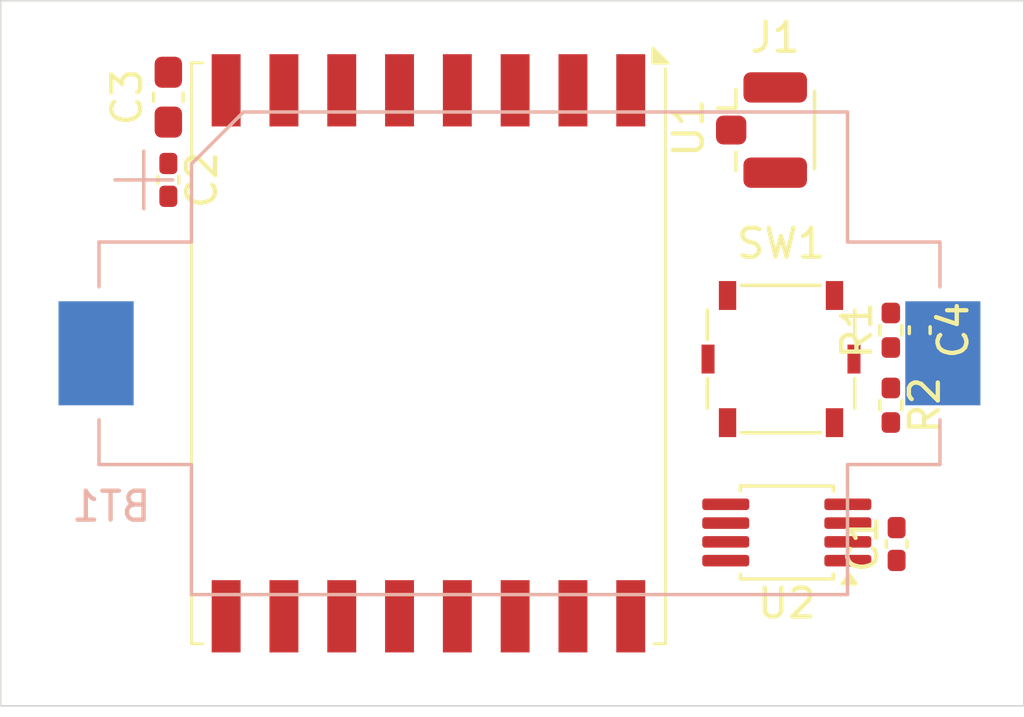
<source format=kicad_pcb>
(kicad_pcb (version 20241229) (generator "pcbnew") (generator_version "9.0")
  (layers (0 "F.Cu" signal) (2 "B.Cu" signal) (13 "F.Paste" user) (15 "B.Paste" user) (5 "F.SilkS" user "F.Silkscreen") (7 "B.SilkS" user "B.Silkscreen") (1 "F.Mask" user) (3 "B.Mask" user) (25 "Edge.Cuts" user))
  (net 0 "")
  (net 1 "GND")
  (net 2 "VDD")
  (net 3 "/BTN")
  (net 4 "Net-(J1-In)")
  (net 5 "Net-(SW1-B)")
  (net 7 "/SDI")
  (net 10 "/~{SS}")
  (net 13 "/RFINT")
  (net 16 "/SDO")
  (net 17 "/SCK")
  (footprint "Connector_Coaxial:U.FL_Hirose_U.FL-R-SMT-1_Vertical" (layer "F.Cu") (at 155.925 79.675)
    (property "Reference" "J1" (at 0.475 -3.2 0) (layer "F.SilkS"))
    (property "Value" "Conn_Coaxial")
    (fp_line (start -0.885 -1.4) (end -0.885 -0.76) (stroke (width 0.12)) (layer "F.SilkS"))
    (fp_line (start -0.885 -0.76) (end -1.515 -0.76) (stroke (width 0.12)) (layer "F.SilkS"))
    (fp_line (start -0.885 1.4) (end -0.885 0.76) (stroke (width 0.12)) (layer "F.SilkS"))
    (fp_line (start 1.835 -1.35) (end 1.835 1.35) (stroke (width 0.12)) (layer "F.SilkS"))
    (pad "1" smd roundrect (at -1.05 0) (size 1.05 1) (layers "F.Cu" "F.Mask" "F.Paste") (net 4 "Net-(J1-In)"))
    (pad "2" smd roundrect (at 0.475 -1.475) (size 2.2 1.05) (layers "F.Cu" "F.Mask" "F.Paste") (roundrect_rratio 0.2380952381) (net 1 "GND"))
    (pad "2" smd roundrect (at 0.475 1.475) (size 2.2 1.05) (layers "F.Cu" "F.Mask" "F.Paste") (roundrect_rratio 0.2380952381) (net 1 "GND"))
  )
  (footprint "Capacitor_SMD:C_0603_1608Metric_Pad1.08x0.95mm_HandSolder" (layer "F.Cu") (at 135.4 78.5375 90)
    (property "Reference" "C3" (at 0 -1.43 90) (layer "F.SilkS"))
    (property "Value" "1uF")
    (fp_line (start -0.146267 -0.51) (end 0.146267 -0.51) (stroke (width 0.12)) (layer "F.SilkS"))
    (fp_line (start -0.146267 0.51) (end 0.146267 0.51) (stroke (width 0.12)) (layer "F.SilkS"))
    (pad "1" smd roundrect (at -0.8625 0 90) (size 1.075 0.95) (layers "F.Cu" "F.Mask" "F.Paste") (net 2 "VDD"))
    (pad "2" smd roundrect (at 0.8625 0 90) (size 1.075 0.95) (layers "F.Cu" "F.Mask" "F.Paste") (net 1 "GND"))
  )
  (footprint "Capacitor_SMD:C_0402_1005Metric_Pad0.74x0.62mm_HandSolder" (layer "F.Cu") (at 160.6 94 90)
    (property "Reference" "C1" (at 0 -1.16 90) (layer "F.SilkS"))
    (property "Value" "0.1uF")
    (fp_line (start -0.115835 -0.36) (end 0.115835 -0.36) (stroke (width 0.12)) (layer "F.SilkS"))
    (fp_line (start -0.115835 0.36) (end 0.115835 0.36) (stroke (width 0.12)) (layer "F.SilkS"))
    (pad "1" smd roundrect (at -0.5675 0 90) (size 0.735 0.62) (layers "F.Cu" "F.Mask" "F.Paste") (net 2 "VDD"))
    (pad "2" smd roundrect (at 0.5675 0 90) (size 0.735 0.62) (layers "F.Cu" "F.Mask" "F.Paste") (net 1 "GND"))
  )
  (footprint "RF_Module:HOPERF_RFM69HW" (layer "F.Cu") (at 144.4 87.4 -90)
    (property "Reference" "U1" (at -7.8 -9 90) (layer "F.SilkS"))
    (property "Value" "RFM69W")
    (fp_line (start -10.05 8.2) (end 10.05 8.2) (stroke (width 0.1)) (layer "F.SilkS"))
    (fp_line (start -10.05 7.8) (end -10.05 8.2) (stroke (width 0.1)) (layer "F.SilkS"))
    (fp_line (start 10.05 7.8) (end 10.05 8.2) (stroke (width 0.1)) (layer "F.SilkS"))
    (fp_line (start -9.85 -8.2) (end 10.05 -8.2) (stroke (width 0.1)) (layer "F.SilkS"))
    (fp_line (start 10.05 -8.2) (end 10.05 -7.8) (stroke (width 0.1)) (layer "F.SilkS"))
    (fp_poly (pts (xy -10.05 -7.775) (xy -10.55 -7.775) (xy -10.05 -8.275) (xy -10.05 -7.775)) (stroke (width 0.12)) (fill yes) (layer "F.SilkS"))
    (pad "1" smd rect (at -9.1 -7 270) (size 2.5 1) (layers "F.Cu" "F.Mask" "F.Paste"))
    (pad "2" smd rect (at -9.1 -5 270) (size 2.5 1) (layers "F.Cu" "F.Mask" "F.Paste") (net 13 "/RFINT"))
    (pad "3" smd rect (at -9.1 -3 270) (size 2.5 1) (layers "F.Cu" "F.Mask" "F.Paste"))
    (pad "4" smd rect (at -9.1 -1 270) (size 2.5 1) (layers "F.Cu" "F.Mask" "F.Paste"))
    (pad "5" smd rect (at -9.1 1 270) (size 2.5 1) (layers "F.Cu" "F.Mask" "F.Paste"))
    (pad "6" smd rect (at -9.1 3 270) (size 2.5 1) (layers "F.Cu" "F.Mask" "F.Paste"))
    (pad "7" smd rect (at -9.1 5 270) (size 2.5 1) (layers "F.Cu" "F.Mask" "F.Paste"))
    (pad "8" smd rect (at -9.1 7 270) (size 2.5 1) (layers "F.Cu" "F.Mask" "F.Paste") (net 2 "VDD"))
    (pad "9" smd rect (at 9.1 7 270) (size 2.5 1) (layers "F.Cu" "F.Mask" "F.Paste") (net 1 "GND"))
    (pad "10" smd rect (at 9.1 5 270) (size 2.5 1) (layers "F.Cu" "F.Mask" "F.Paste") (net 4 "Net-(J1-In)"))
    (pad "11" smd rect (at 9.1 3 270) (size 2.5 1) (layers "F.Cu" "F.Mask" "F.Paste") (net 1 "GND"))
    (pad "12" smd rect (at 9.1 1 270) (size 2.5 1) (layers "F.Cu" "F.Mask" "F.Paste") (net 17 "/SCK"))
    (pad "13" smd rect (at 9.1 -1 270) (size 2.5 1) (layers "F.Cu" "F.Mask" "F.Paste") (net 7 "/SDI"))
    (pad "14" smd rect (at 9.1 -3 270) (size 2.5 1) (layers "F.Cu" "F.Mask" "F.Paste") (net 16 "/SDO"))
    (pad "15" smd rect (at 9.1 -5 270) (size 2.5 1) (layers "F.Cu" "F.Mask" "F.Paste") (net 10 "/~{SS}"))
    (pad "16" smd rect (at 9.1 -7 270) (size 2.5 1) (layers "F.Cu" "F.Mask" "F.Paste"))
  )
  (footprint "Button_Switch_SMD:SW_SPST_Panasonic_EVQPL_3PL_5PL_PT_A15" (layer "F.Cu") (at 156.6 87.6)
    (property "Reference" "SW1" (at 0 -4 0) (layer "F.SilkS"))
    (property "Value" "SW_SPST")
    (fp_line (start -2.55 -1.7) (end -2.55 -0.675) (stroke (width 0.12)) (layer "F.SilkS"))
    (fp_line (start -2.55 0.675) (end -2.55 1.7) (stroke (width 0.12)) (layer "F.SilkS"))
    (fp_line (start -1.375 -2.55) (end 1.375 -2.55) (stroke (width 0.12)) (layer "F.SilkS"))
    (fp_line (start -1.375 2.55) (end 1.375 2.55) (stroke (width 0.12)) (layer "F.SilkS"))
    (fp_line (start 2.55 -1.7) (end 2.55 -0.675) (stroke (width 0.12)) (layer "F.SilkS"))
    (fp_line (start 2.55 0.675) (end 2.55 1.7) (stroke (width 0.12)) (layer "F.SilkS"))
    (pad "0" smd rect (at -2.525 0) (size 0.45 1) (layers "F.Cu" "F.Mask" "F.Paste"))
    (pad "0" smd rect (at 2.525 0) (size 0.45 1) (layers "F.Cu" "F.Mask" "F.Paste"))
    (pad "1" smd rect (at -1.85 -2.2) (size 0.6 1) (layers "F.Cu" "F.Mask" "F.Paste") (net 1 "GND"))
    (pad "1" smd rect (at -1.85 2.2) (size 0.6 1) (layers "F.Cu" "F.Mask" "F.Paste") (net 1 "GND"))
    (pad "2" smd rect (at 1.85 -2.2) (size 0.6 1) (layers "F.Cu" "F.Mask" "F.Paste") (net 5 "Net-(SW1-B)"))
    (pad "2" smd rect (at 1.85 2.2) (size 0.6 1) (layers "F.Cu" "F.Mask" "F.Paste") (net 5 "Net-(SW1-B)"))
  )
  (footprint "Resistor_SMD:R_0402_1005Metric_Pad0.72x0.64mm_HandSolder" (layer "F.Cu") (at 160.4 89.1975 -90)
    (property "Reference" "R2" (at 0 -1.17 90) (layer "F.SilkS"))
    (property "Value" "R")
    (fp_line (start -0.167621 0.38) (end 0.167621 0.38) (stroke (width 0.12)) (layer "F.SilkS"))
    (fp_line (start -0.167621 -0.38) (end 0.167621 -0.38) (stroke (width 0.12)) (layer "F.SilkS"))
    (pad "1" smd roundrect (at -0.5975 0 270) (size 0.715 0.64) (layers "F.Cu" "F.Mask" "F.Paste") (net 5 "Net-(SW1-B)"))
    (pad "2" smd roundrect (at 0.5975 0 270) (size 0.715 0.64) (layers "F.Cu" "F.Mask" "F.Paste") (net 2 "VDD"))
  )
  (footprint "Package_SO:MSOP-8_3x3mm_P0.65mm" (layer "F.Cu") (at 156.8 93.6 180)
    (property "Reference" "U2" (at 0 -2.45 0) (layer "F.SilkS"))
    (property "Value" "PIC12LF1501-xMS")
    (fp_line (start 1.61 1.61) (end -1.61 1.61) (stroke (width 0.12)) (layer "F.SilkS"))
    (fp_line (start 1.61 1.435) (end 1.61 1.61) (stroke (width 0.12)) (layer "F.SilkS"))
    (fp_line (start 1.61 -1.61) (end 1.61 -1.435) (stroke (width 0.12)) (layer "F.SilkS"))
    (fp_line (start -1.61 1.61) (end -1.61 1.435) (stroke (width 0.12)) (layer "F.SilkS"))
    (fp_line (start -1.61 -1.435) (end -1.61 -1.61) (stroke (width 0.12)) (layer "F.SilkS"))
    (fp_line (start -1.61 -1.61) (end 1.61 -1.61) (stroke (width 0.12)) (layer "F.SilkS"))
    (fp_poly (pts (xy -2.16 -1.44) (xy -2.4 -1.77) (xy -1.92 -1.77)) (stroke (width 0.12)) (fill yes) (layer "F.SilkS"))
    (pad "1" smd roundrect (at -2.1125 -0.975 180) (size 1.625 0.4) (layers "F.Cu" "F.Mask" "F.Paste") (net 2 "VDD"))
    (pad "2" smd roundrect (at -2.1125 -0.325 180) (size 1.625 0.4) (layers "F.Cu" "F.Mask" "F.Paste") (net 13 "/RFINT"))
    (pad "3" smd roundrect (at -2.1125 0.325 180) (size 1.625 0.4) (layers "F.Cu" "F.Mask" "F.Paste") (net 10 "/~{SS}"))
    (pad "4" smd roundrect (at -2.1125 0.975 180) (size 1.625 0.4) (layers "F.Cu" "F.Mask" "F.Paste") (net 3 "/BTN"))
    (pad "5" smd roundrect (at 2.1125 0.975 180) (size 1.625 0.4) (layers "F.Cu" "F.Mask" "F.Paste") (net 7 "/SDI"))
    (pad "6" smd roundrect (at 2.1125 0.325 180) (size 1.625 0.4) (layers "F.Cu" "F.Mask" "F.Paste") (net 17 "/SCK"))
    (pad "7" smd roundrect (at 2.1125 -0.325 180) (size 1.625 0.4) (layers "F.Cu" "F.Mask" "F.Paste") (net 16 "/SDO"))
    (pad "8" smd roundrect (at 2.1125 -0.975 180) (size 1.625 0.4) (layers "F.Cu" "F.Mask" "F.Paste") (net 1 "GND"))
  )
  (footprint "Resistor_SMD:R_0402_1005Metric_Pad0.72x0.64mm_HandSolder" (layer "F.Cu") (at 160.4 86.6025 90)
    (property "Reference" "R1" (at 0 -1.17 90) (layer "F.SilkS"))
    (property "Value" "R")
    (fp_line (start -0.167621 -0.38) (end 0.167621 -0.38) (stroke (width 0.12)) (layer "F.SilkS"))
    (fp_line (start -0.167621 0.38) (end 0.167621 0.38) (stroke (width 0.12)) (layer "F.SilkS"))
    (pad "1" smd roundrect (at -0.5975 0 90) (size 0.715 0.64) (layers "F.Cu" "F.Mask" "F.Paste") (net 5 "Net-(SW1-B)"))
    (pad "2" smd roundrect (at 0.5975 0 90) (size 0.715 0.64) (layers "F.Cu" "F.Mask" "F.Paste") (net 3 "/BTN"))
  )
  (footprint "Capacitor_SMD:C_0402_1005Metric_Pad0.74x0.62mm_HandSolder" (layer "F.Cu") (at 161.4 86.6 -90)
    (property "Reference" "C4" (at 0 -1.16 90) (layer "F.SilkS"))
    (property "Value" "0.1uF")
    (fp_line (start -0.115835 0.36) (end 0.115835 0.36) (stroke (width 0.12)) (layer "F.SilkS"))
    (fp_line (start -0.115835 -0.36) (end 0.115835 -0.36) (stroke (width 0.12)) (layer "F.SilkS"))
    (pad "1" smd roundrect (at -0.5675 0 270) (size 0.735 0.62) (layers "F.Cu" "F.Mask" "F.Paste") (net 3 "/BTN"))
    (pad "2" smd roundrect (at 0.5675 0 270) (size 0.735 0.62) (layers "F.Cu" "F.Mask" "F.Paste") (net 1 "GND"))
  )
  (footprint "Capacitor_SMD:C_0402_1005Metric_Pad0.74x0.62mm_HandSolder" (layer "F.Cu") (at 135.4 81.4 -90)
    (property "Reference" "C2" (at 0 -1.16 90) (layer "F.SilkS"))
    (property "Value" "0.1uF")
    (fp_line (start -0.115835 0.36) (end 0.115835 0.36) (stroke (width 0.12)) (layer "F.SilkS"))
    (fp_line (start -0.115835 -0.36) (end 0.115835 -0.36) (stroke (width 0.12)) (layer "F.SilkS"))
    (pad "1" smd roundrect (at -0.5675 0 270) (size 0.735 0.62) (layers "F.Cu" "F.Mask" "F.Paste") (net 2 "VDD"))
    (pad "2" smd roundrect (at 0.5675 0 270) (size 0.735 0.62) (layers "F.Cu" "F.Mask" "F.Paste") (net 1 "GND"))
  )
  (footprint "Battery:BatteryHolder_Keystone_1060_1x2032" (layer "B.Cu") (at 147.55 87.4)
    (property "Reference" "BT1" (at -14.125 5.3 180) (layer "B.SilkS") (effects (justify mirror)))
    (property "Value" "Battery_Cell")
    (fp_line (start -14.55 -3.85) (end -14.55 -2.3) (stroke (width 0.12)) (layer "B.SilkS"))
    (fp_line (start -14.55 3.85) (end -14.55 2.3) (stroke (width 0.12)) (layer "B.SilkS"))
    (fp_line (start -13 -5) (end -13 -7) (stroke (width 0.12)) (layer "B.SilkS"))
    (fp_line (start -12 -6) (end -14 -6) (stroke (width 0.12)) (layer "B.SilkS"))
    (fp_line (start -11.35 -6.55) (end -11.35 -3.85) (stroke (width 0.12)) (layer "B.SilkS"))
    (fp_line (start -11.35 -3.85) (end -14.55 -3.85) (stroke (width 0.12)) (layer "B.SilkS"))
    (fp_line (start -11.35 3.85) (end -14.55 3.85) (stroke (width 0.12)) (layer "B.SilkS"))
    (fp_line (start -11.35 8.35) (end -11.35 3.85) (stroke (width 0.12)) (layer "B.SilkS"))
    (fp_line (start -11.35 8.35) (end 11.35 8.35) (stroke (width 0.12)) (layer "B.SilkS"))
    (fp_line (start -9.55 -8.35) (end -11.35 -6.55) (stroke (width 0.12)) (layer "B.SilkS"))
    (fp_line (start 11.35 -8.35) (end -9.55 -8.35) (stroke (width 0.12)) (layer "B.SilkS"))
    (fp_line (start 11.35 -8.35) (end 11.35 -3.85) (stroke (width 0.12)) (layer "B.SilkS"))
    (fp_line (start 11.35 -3.85) (end 14.55 -3.85) (stroke (width 0.12)) (layer "B.SilkS"))
    (fp_line (start 11.35 3.85) (end 14.55 3.85) (stroke (width 0.12)) (layer "B.SilkS"))
    (fp_line (start 11.35 8.35) (end 11.35 3.85) (stroke (width 0.12)) (layer "B.SilkS"))
    (fp_line (start 14.55 -3.85) (end 14.55 -2.3) (stroke (width 0.12)) (layer "B.SilkS"))
    (fp_line (start 14.55 3.85) (end 14.55 2.3) (stroke (width 0.12)) (layer "B.SilkS"))
    (pad "1" smd rect (at -14.65 0 180) (size 2.6 3.6) (layers "B.Cu" "B.Mask" "B.Paste") (net 2 "VDD"))
    (pad "2" smd rect (at 14.65 0 180) (size 2.6 3.6) (layers "B.Cu" "B.Mask" "B.Paste") (net 1 "GND"))
  )
  (gr_rect (start 129.6 75.2) (end 165 99.6) (stroke (width 0.05)) (fill no) (layer "Edge.Cuts"))
)
</source>
